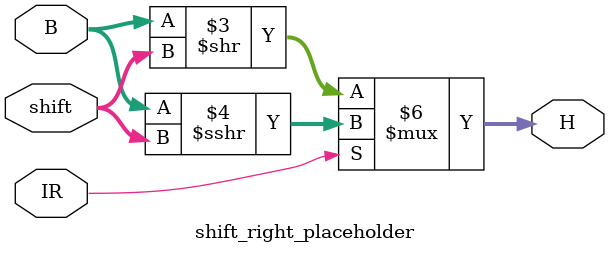
<source format=v>

module shift_right_placeholder (
    input IR, input [4:0] shift, input [31:0] B,
    output [31:0] H
);

always @(*) begin
    if (IR==1'b0) H <= B >> shift;
    else H <= B >>> shift;
end

endmodule

</source>
